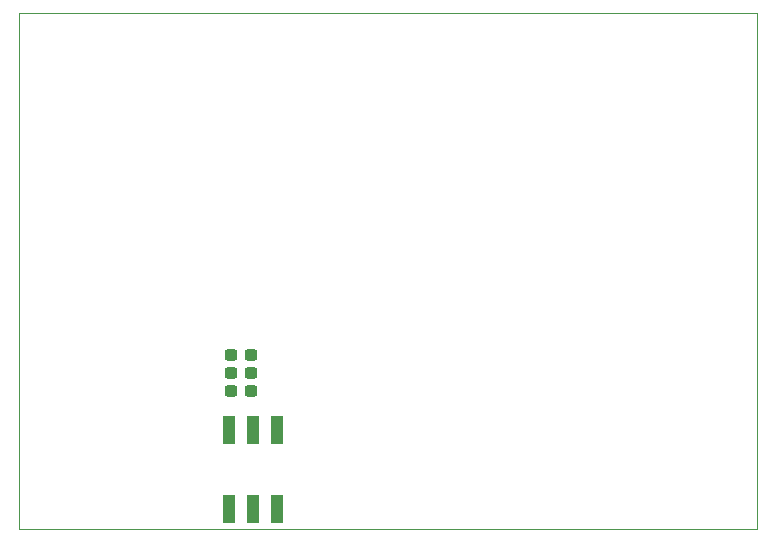
<source format=gbp>
%TF.GenerationSoftware,KiCad,Pcbnew,(6.0.7)*%
%TF.CreationDate,2022-08-25T07:12:29-04:00*%
%TF.ProjectId,hexapod_interlock,68657861-706f-4645-9f69-6e7465726c6f,rev?*%
%TF.SameCoordinates,Original*%
%TF.FileFunction,Paste,Bot*%
%TF.FilePolarity,Positive*%
%FSLAX46Y46*%
G04 Gerber Fmt 4.6, Leading zero omitted, Abs format (unit mm)*
G04 Created by KiCad (PCBNEW (6.0.7)) date 2022-08-25 07:12:29*
%MOMM*%
%LPD*%
G01*
G04 APERTURE LIST*
G04 Aperture macros list*
%AMRoundRect*
0 Rectangle with rounded corners*
0 $1 Rounding radius*
0 $2 $3 $4 $5 $6 $7 $8 $9 X,Y pos of 4 corners*
0 Add a 4 corners polygon primitive as box body*
4,1,4,$2,$3,$4,$5,$6,$7,$8,$9,$2,$3,0*
0 Add four circle primitives for the rounded corners*
1,1,$1+$1,$2,$3*
1,1,$1+$1,$4,$5*
1,1,$1+$1,$6,$7*
1,1,$1+$1,$8,$9*
0 Add four rect primitives between the rounded corners*
20,1,$1+$1,$2,$3,$4,$5,0*
20,1,$1+$1,$4,$5,$6,$7,0*
20,1,$1+$1,$6,$7,$8,$9,0*
20,1,$1+$1,$8,$9,$2,$3,0*%
G04 Aperture macros list end*
%TA.AperFunction,Profile*%
%ADD10C,0.100000*%
%TD*%
%ADD11R,1.000000X2.350000*%
%ADD12RoundRect,0.237500X0.300000X0.237500X-0.300000X0.237500X-0.300000X-0.237500X0.300000X-0.237500X0*%
G04 APERTURE END LIST*
D10*
X196596000Y-140914000D02*
X196596000Y-97226000D01*
X134112000Y-97226000D02*
X196596000Y-97226000D01*
X134112000Y-140914000D02*
X196596000Y-140914000D01*
X134112000Y-97226000D02*
X134112000Y-140914000D01*
D11*
%TO.C,SW1*%
X151924000Y-132509000D03*
X153924000Y-132509000D03*
X155924000Y-132509000D03*
X151924000Y-139159000D03*
X153924000Y-139159000D03*
X155924000Y-139159000D03*
%TD*%
D12*
%TO.C,C7*%
X153770500Y-126182000D03*
X152045500Y-126182000D03*
%TD*%
%TO.C,C11*%
X153770500Y-129230000D03*
X152045500Y-129230000D03*
%TD*%
%TO.C,C9*%
X153770500Y-127706000D03*
X152045500Y-127706000D03*
%TD*%
M02*

</source>
